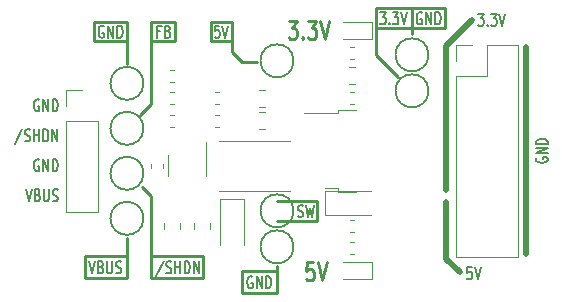
<source format=gbr>
%TF.GenerationSoftware,KiCad,Pcbnew,(5.1.2-1)-1*%
%TF.CreationDate,2019-06-22T13:14:17-07:00*%
%TF.ProjectId,Buck Converter SubBoard 0-2,4275636b-2043-46f6-9e76-657274657220,rev?*%
%TF.SameCoordinates,Original*%
%TF.FileFunction,Legend,Top*%
%TF.FilePolarity,Positive*%
%FSLAX46Y46*%
G04 Gerber Fmt 4.6, Leading zero omitted, Abs format (unit mm)*
G04 Created by KiCad (PCBNEW (5.1.2-1)-1) date 2019-06-22 13:14:17*
%MOMM*%
%LPD*%
G04 APERTURE LIST*
%ADD10C,0.254000*%
%ADD11C,0.152400*%
%ADD12C,0.285750*%
%ADD13C,0.190500*%
%ADD14C,0.508000*%
%ADD15C,0.120000*%
%ADD16C,0.150000*%
G04 APERTURE END LIST*
D10*
X112522000Y-93472000D02*
X114427000Y-95377000D01*
X112522000Y-91186000D02*
X115570000Y-91186000D01*
X115570000Y-89535000D02*
X112522000Y-89535000D01*
X112522000Y-89535000D02*
X112522000Y-93472000D01*
D11*
X112858368Y-89867619D02*
X113330082Y-89867619D01*
X113076082Y-90254666D01*
X113184940Y-90254666D01*
X113257511Y-90303047D01*
X113293797Y-90351428D01*
X113330082Y-90448190D01*
X113330082Y-90690095D01*
X113293797Y-90786857D01*
X113257511Y-90835238D01*
X113184940Y-90883619D01*
X112967225Y-90883619D01*
X112894654Y-90835238D01*
X112858368Y-90786857D01*
X113656654Y-90786857D02*
X113692940Y-90835238D01*
X113656654Y-90883619D01*
X113620368Y-90835238D01*
X113656654Y-90786857D01*
X113656654Y-90883619D01*
X113946940Y-89867619D02*
X114418654Y-89867619D01*
X114164654Y-90254666D01*
X114273511Y-90254666D01*
X114346082Y-90303047D01*
X114382368Y-90351428D01*
X114418654Y-90448190D01*
X114418654Y-90690095D01*
X114382368Y-90786857D01*
X114346082Y-90835238D01*
X114273511Y-90883619D01*
X114055797Y-90883619D01*
X113983225Y-90835238D01*
X113946940Y-90786857D01*
X114636368Y-89867619D02*
X114890368Y-90883619D01*
X115144368Y-89867619D01*
D10*
X115570000Y-91694000D02*
X115570000Y-89535000D01*
X118364000Y-89535000D02*
X115570000Y-89535000D01*
X115570000Y-91186000D02*
X118364000Y-91186000D01*
X118364000Y-89535000D02*
X118364000Y-91186000D01*
D11*
X116396225Y-89916000D02*
X116323654Y-89867619D01*
X116214797Y-89867619D01*
X116105940Y-89916000D01*
X116033368Y-90012761D01*
X115997082Y-90109523D01*
X115960797Y-90303047D01*
X115960797Y-90448190D01*
X115997082Y-90641714D01*
X116033368Y-90738476D01*
X116105940Y-90835238D01*
X116214797Y-90883619D01*
X116287368Y-90883619D01*
X116396225Y-90835238D01*
X116432511Y-90786857D01*
X116432511Y-90448190D01*
X116287368Y-90448190D01*
X116759082Y-90883619D02*
X116759082Y-89867619D01*
X117194511Y-90883619D01*
X117194511Y-89867619D01*
X117557368Y-90883619D02*
X117557368Y-89867619D01*
X117738797Y-89867619D01*
X117847654Y-89916000D01*
X117920225Y-90012761D01*
X117956511Y-90109523D01*
X117992797Y-90303047D01*
X117992797Y-90448190D01*
X117956511Y-90641714D01*
X117920225Y-90738476D01*
X117847654Y-90835238D01*
X117738797Y-90883619D01*
X117557368Y-90883619D01*
D12*
X107224285Y-111052428D02*
X106680000Y-111052428D01*
X106625571Y-111778142D01*
X106680000Y-111705571D01*
X106788857Y-111633000D01*
X107061000Y-111633000D01*
X107169857Y-111705571D01*
X107224285Y-111778142D01*
X107278714Y-111923285D01*
X107278714Y-112286142D01*
X107224285Y-112431285D01*
X107169857Y-112503857D01*
X107061000Y-112576428D01*
X106788857Y-112576428D01*
X106680000Y-112503857D01*
X106625571Y-112431285D01*
X107605285Y-111052428D02*
X107986285Y-112576428D01*
X108367285Y-111052428D01*
X105119714Y-90605428D02*
X105827285Y-90605428D01*
X105446285Y-91186000D01*
X105609571Y-91186000D01*
X105718428Y-91258571D01*
X105772857Y-91331142D01*
X105827285Y-91476285D01*
X105827285Y-91839142D01*
X105772857Y-91984285D01*
X105718428Y-92056857D01*
X105609571Y-92129428D01*
X105283000Y-92129428D01*
X105174142Y-92056857D01*
X105119714Y-91984285D01*
X106317142Y-91984285D02*
X106371571Y-92056857D01*
X106317142Y-92129428D01*
X106262714Y-92056857D01*
X106317142Y-91984285D01*
X106317142Y-92129428D01*
X106752571Y-90605428D02*
X107460142Y-90605428D01*
X107079142Y-91186000D01*
X107242428Y-91186000D01*
X107351285Y-91258571D01*
X107405714Y-91331142D01*
X107460142Y-91476285D01*
X107460142Y-91839142D01*
X107405714Y-91984285D01*
X107351285Y-92056857D01*
X107242428Y-92129428D01*
X106915857Y-92129428D01*
X106807000Y-92056857D01*
X106752571Y-91984285D01*
X107786714Y-90605428D02*
X108167714Y-92129428D01*
X108548714Y-90605428D01*
D13*
X126111000Y-102180571D02*
X126062619Y-102253142D01*
X126062619Y-102362000D01*
X126111000Y-102470857D01*
X126207761Y-102543428D01*
X126304523Y-102579714D01*
X126498047Y-102616000D01*
X126643190Y-102616000D01*
X126836714Y-102579714D01*
X126933476Y-102543428D01*
X127030238Y-102470857D01*
X127078619Y-102362000D01*
X127078619Y-102289428D01*
X127030238Y-102180571D01*
X126981857Y-102144285D01*
X126643190Y-102144285D01*
X126643190Y-102289428D01*
X127078619Y-101817714D02*
X126062619Y-101817714D01*
X127078619Y-101382285D01*
X126062619Y-101382285D01*
X127078619Y-101019428D02*
X126062619Y-101019428D01*
X126062619Y-100838000D01*
X126111000Y-100729142D01*
X126207761Y-100656571D01*
X126304523Y-100620285D01*
X126498047Y-100584000D01*
X126643190Y-100584000D01*
X126836714Y-100620285D01*
X126933476Y-100656571D01*
X127030238Y-100729142D01*
X127078619Y-100838000D01*
X127078619Y-101019428D01*
D14*
X125222000Y-92837000D02*
X125222000Y-110363000D01*
D13*
X120631857Y-111457619D02*
X120269000Y-111457619D01*
X120232714Y-111941428D01*
X120269000Y-111893047D01*
X120341571Y-111844666D01*
X120523000Y-111844666D01*
X120595571Y-111893047D01*
X120631857Y-111941428D01*
X120668142Y-112038190D01*
X120668142Y-112280095D01*
X120631857Y-112376857D01*
X120595571Y-112425238D01*
X120523000Y-112473619D01*
X120341571Y-112473619D01*
X120269000Y-112425238D01*
X120232714Y-112376857D01*
X120885857Y-111457619D02*
X121139857Y-112473619D01*
X121393857Y-111457619D01*
D14*
X118491000Y-110744000D02*
X119634000Y-111887000D01*
X118491000Y-105918000D02*
X118491000Y-110744000D01*
D13*
X121176142Y-89994619D02*
X121647857Y-89994619D01*
X121393857Y-90381666D01*
X121502714Y-90381666D01*
X121575285Y-90430047D01*
X121611571Y-90478428D01*
X121647857Y-90575190D01*
X121647857Y-90817095D01*
X121611571Y-90913857D01*
X121575285Y-90962238D01*
X121502714Y-91010619D01*
X121285000Y-91010619D01*
X121212428Y-90962238D01*
X121176142Y-90913857D01*
X121974428Y-90913857D02*
X122010714Y-90962238D01*
X121974428Y-91010619D01*
X121938142Y-90962238D01*
X121974428Y-90913857D01*
X121974428Y-91010619D01*
X122264714Y-89994619D02*
X122736428Y-89994619D01*
X122482428Y-90381666D01*
X122591285Y-90381666D01*
X122663857Y-90430047D01*
X122700142Y-90478428D01*
X122736428Y-90575190D01*
X122736428Y-90817095D01*
X122700142Y-90913857D01*
X122663857Y-90962238D01*
X122591285Y-91010619D01*
X122373571Y-91010619D01*
X122301000Y-90962238D01*
X122264714Y-90913857D01*
X122954142Y-89994619D02*
X123208142Y-91010619D01*
X123462142Y-89994619D01*
D14*
X118491000Y-92710000D02*
X120650000Y-90551000D01*
X118491000Y-104902000D02*
X118491000Y-92710000D01*
D10*
X104140000Y-105854500D02*
X107569000Y-105854500D01*
X107569000Y-107505500D02*
X104140000Y-107505500D01*
X107569000Y-105854500D02*
X107569000Y-107505500D01*
D11*
X105908202Y-107154738D02*
X106017060Y-107203119D01*
X106198488Y-107203119D01*
X106271060Y-107154738D01*
X106307345Y-107106357D01*
X106343631Y-107009595D01*
X106343631Y-106912833D01*
X106307345Y-106816071D01*
X106271060Y-106767690D01*
X106198488Y-106719309D01*
X106053345Y-106670928D01*
X105980774Y-106622547D01*
X105944488Y-106574166D01*
X105908202Y-106477404D01*
X105908202Y-106380642D01*
X105944488Y-106283880D01*
X105980774Y-106235500D01*
X106053345Y-106187119D01*
X106234774Y-106187119D01*
X106343631Y-106235500D01*
X106597631Y-106187119D02*
X106779060Y-107203119D01*
X106924202Y-106477404D01*
X107069345Y-107203119D01*
X107250774Y-106187119D01*
D10*
X101219000Y-111760000D02*
X104140000Y-111760000D01*
X104140000Y-113665000D02*
X101219000Y-113665000D01*
X101219000Y-113665000D02*
X101219000Y-111760000D01*
X104140000Y-111379000D02*
X104140000Y-113284000D01*
X104140000Y-113284000D02*
X104140000Y-113665000D01*
D11*
X102045225Y-112268000D02*
X101972654Y-112219619D01*
X101863797Y-112219619D01*
X101754940Y-112268000D01*
X101682368Y-112364761D01*
X101646082Y-112461523D01*
X101609797Y-112655047D01*
X101609797Y-112800190D01*
X101646082Y-112993714D01*
X101682368Y-113090476D01*
X101754940Y-113187238D01*
X101863797Y-113235619D01*
X101936368Y-113235619D01*
X102045225Y-113187238D01*
X102081511Y-113138857D01*
X102081511Y-112800190D01*
X101936368Y-112800190D01*
X102408082Y-113235619D02*
X102408082Y-112219619D01*
X102843511Y-113235619D01*
X102843511Y-112219619D01*
X103206368Y-113235619D02*
X103206368Y-112219619D01*
X103387797Y-112219619D01*
X103496654Y-112268000D01*
X103569225Y-112364761D01*
X103605511Y-112461523D01*
X103641797Y-112655047D01*
X103641797Y-112800190D01*
X103605511Y-112993714D01*
X103569225Y-113090476D01*
X103496654Y-113187238D01*
X103387797Y-113235619D01*
X103206368Y-113235619D01*
X99269368Y-91010619D02*
X98906511Y-91010619D01*
X98870225Y-91494428D01*
X98906511Y-91446047D01*
X98979082Y-91397666D01*
X99160511Y-91397666D01*
X99233082Y-91446047D01*
X99269368Y-91494428D01*
X99305654Y-91591190D01*
X99305654Y-91833095D01*
X99269368Y-91929857D01*
X99233082Y-91978238D01*
X99160511Y-92026619D01*
X98979082Y-92026619D01*
X98906511Y-91978238D01*
X98870225Y-91929857D01*
X99523368Y-91010619D02*
X99777368Y-92026619D01*
X100031368Y-91010619D01*
D10*
X98552000Y-92329000D02*
X100330000Y-92329000D01*
X98552000Y-90678000D02*
X98552000Y-92329000D01*
X100330000Y-90678000D02*
X98552000Y-90678000D01*
X100330000Y-93218000D02*
X100330000Y-90678000D01*
X101219000Y-94107000D02*
X100330000Y-93218000D01*
X102489000Y-94107000D02*
X101219000Y-94107000D01*
X88646000Y-92329000D02*
X91440000Y-92329000D01*
X88646000Y-90678000D02*
X88646000Y-92329000D01*
X91440000Y-90678000D02*
X88646000Y-90678000D01*
D11*
X89472225Y-91059000D02*
X89399654Y-91010619D01*
X89290797Y-91010619D01*
X89181940Y-91059000D01*
X89109368Y-91155761D01*
X89073082Y-91252523D01*
X89036797Y-91446047D01*
X89036797Y-91591190D01*
X89073082Y-91784714D01*
X89109368Y-91881476D01*
X89181940Y-91978238D01*
X89290797Y-92026619D01*
X89363368Y-92026619D01*
X89472225Y-91978238D01*
X89508511Y-91929857D01*
X89508511Y-91591190D01*
X89363368Y-91591190D01*
X89835082Y-92026619D02*
X89835082Y-91010619D01*
X90270511Y-92026619D01*
X90270511Y-91010619D01*
X90633368Y-92026619D02*
X90633368Y-91010619D01*
X90814797Y-91010619D01*
X90923654Y-91059000D01*
X90996225Y-91155761D01*
X91032511Y-91252523D01*
X91068797Y-91446047D01*
X91068797Y-91591190D01*
X91032511Y-91784714D01*
X90996225Y-91881476D01*
X90923654Y-91978238D01*
X90814797Y-92026619D01*
X90633368Y-92026619D01*
D10*
X91440000Y-94234000D02*
X91440000Y-90678000D01*
X95504000Y-92329000D02*
X93472000Y-92329000D01*
X95504000Y-90678000D02*
X95504000Y-92329000D01*
X93472000Y-90678000D02*
X95504000Y-90678000D01*
D11*
X94260488Y-91494428D02*
X94006488Y-91494428D01*
X94006488Y-92026619D02*
X94006488Y-91010619D01*
X94369345Y-91010619D01*
X94913631Y-91494428D02*
X95022488Y-91542809D01*
X95058774Y-91591190D01*
X95095060Y-91687952D01*
X95095060Y-91833095D01*
X95058774Y-91929857D01*
X95022488Y-91978238D01*
X94949917Y-92026619D01*
X94659631Y-92026619D01*
X94659631Y-91010619D01*
X94913631Y-91010619D01*
X94986202Y-91059000D01*
X95022488Y-91107380D01*
X95058774Y-91204142D01*
X95058774Y-91300904D01*
X95022488Y-91397666D01*
X94986202Y-91446047D01*
X94913631Y-91494428D01*
X94659631Y-91494428D01*
D10*
X93472000Y-97663000D02*
X93472000Y-90678000D01*
X92583000Y-98552000D02*
X93472000Y-97663000D01*
X97917000Y-110490000D02*
X93472000Y-110490000D01*
X97917000Y-112395000D02*
X97917000Y-110490000D01*
X93472000Y-112395000D02*
X97917000Y-112395000D01*
X87884000Y-110490000D02*
X91440000Y-110490000D01*
X87884000Y-112395000D02*
X87884000Y-110490000D01*
X91440000Y-112395000D02*
X87884000Y-112395000D01*
X91440000Y-112014000D02*
X91440000Y-112395000D01*
D11*
X88220368Y-110949619D02*
X88474368Y-111965619D01*
X88728368Y-110949619D01*
X89236368Y-111433428D02*
X89345225Y-111481809D01*
X89381511Y-111530190D01*
X89417797Y-111626952D01*
X89417797Y-111772095D01*
X89381511Y-111868857D01*
X89345225Y-111917238D01*
X89272654Y-111965619D01*
X88982368Y-111965619D01*
X88982368Y-110949619D01*
X89236368Y-110949619D01*
X89308940Y-110998000D01*
X89345225Y-111046380D01*
X89381511Y-111143142D01*
X89381511Y-111239904D01*
X89345225Y-111336666D01*
X89308940Y-111385047D01*
X89236368Y-111433428D01*
X88982368Y-111433428D01*
X89744368Y-110949619D02*
X89744368Y-111772095D01*
X89780654Y-111868857D01*
X89816940Y-111917238D01*
X89889511Y-111965619D01*
X90034654Y-111965619D01*
X90107225Y-111917238D01*
X90143511Y-111868857D01*
X90179797Y-111772095D01*
X90179797Y-110949619D01*
X90506368Y-111917238D02*
X90615225Y-111965619D01*
X90796654Y-111965619D01*
X90869225Y-111917238D01*
X90905511Y-111868857D01*
X90941797Y-111772095D01*
X90941797Y-111675333D01*
X90905511Y-111578571D01*
X90869225Y-111530190D01*
X90796654Y-111481809D01*
X90651511Y-111433428D01*
X90578940Y-111385047D01*
X90542654Y-111336666D01*
X90506368Y-111239904D01*
X90506368Y-111143142D01*
X90542654Y-111046380D01*
X90578940Y-110998000D01*
X90651511Y-110949619D01*
X90832940Y-110949619D01*
X90941797Y-110998000D01*
D10*
X91440000Y-108966000D02*
X91440000Y-112014000D01*
D11*
X94550774Y-110901238D02*
X93897631Y-112207523D01*
X94768488Y-111917238D02*
X94877345Y-111965619D01*
X95058774Y-111965619D01*
X95131345Y-111917238D01*
X95167631Y-111868857D01*
X95203917Y-111772095D01*
X95203917Y-111675333D01*
X95167631Y-111578571D01*
X95131345Y-111530190D01*
X95058774Y-111481809D01*
X94913631Y-111433428D01*
X94841060Y-111385047D01*
X94804774Y-111336666D01*
X94768488Y-111239904D01*
X94768488Y-111143142D01*
X94804774Y-111046380D01*
X94841060Y-110998000D01*
X94913631Y-110949619D01*
X95095060Y-110949619D01*
X95203917Y-110998000D01*
X95530488Y-111965619D02*
X95530488Y-110949619D01*
X95530488Y-111433428D02*
X95965917Y-111433428D01*
X95965917Y-111965619D02*
X95965917Y-110949619D01*
X96328774Y-111965619D02*
X96328774Y-110949619D01*
X96510202Y-110949619D01*
X96619060Y-110998000D01*
X96691631Y-111094761D01*
X96727917Y-111191523D01*
X96764202Y-111385047D01*
X96764202Y-111530190D01*
X96727917Y-111723714D01*
X96691631Y-111820476D01*
X96619060Y-111917238D01*
X96510202Y-111965619D01*
X96328774Y-111965619D01*
X97090774Y-111965619D02*
X97090774Y-110949619D01*
X97526202Y-111965619D01*
X97526202Y-110949619D01*
D10*
X93472000Y-105410000D02*
X93472000Y-112395000D01*
X92710000Y-104648000D02*
X93472000Y-105410000D01*
D13*
X82861603Y-104853619D02*
X83115603Y-105869619D01*
X83369603Y-104853619D01*
X83877603Y-105337428D02*
X83986460Y-105385809D01*
X84022746Y-105434190D01*
X84059032Y-105530952D01*
X84059032Y-105676095D01*
X84022746Y-105772857D01*
X83986460Y-105821238D01*
X83913889Y-105869619D01*
X83623603Y-105869619D01*
X83623603Y-104853619D01*
X83877603Y-104853619D01*
X83950175Y-104902000D01*
X83986460Y-104950380D01*
X84022746Y-105047142D01*
X84022746Y-105143904D01*
X83986460Y-105240666D01*
X83950175Y-105289047D01*
X83877603Y-105337428D01*
X83623603Y-105337428D01*
X84385603Y-104853619D02*
X84385603Y-105676095D01*
X84421889Y-105772857D01*
X84458175Y-105821238D01*
X84530746Y-105869619D01*
X84675889Y-105869619D01*
X84748460Y-105821238D01*
X84784746Y-105772857D01*
X84821032Y-105676095D01*
X84821032Y-104853619D01*
X85147603Y-105821238D02*
X85256460Y-105869619D01*
X85437889Y-105869619D01*
X85510460Y-105821238D01*
X85546746Y-105772857D01*
X85583032Y-105676095D01*
X85583032Y-105579333D01*
X85546746Y-105482571D01*
X85510460Y-105434190D01*
X85437889Y-105385809D01*
X85292746Y-105337428D01*
X85220175Y-105289047D01*
X85183889Y-105240666D01*
X85147603Y-105143904D01*
X85147603Y-105047142D01*
X85183889Y-104950380D01*
X85220175Y-104902000D01*
X85292746Y-104853619D01*
X85474175Y-104853619D01*
X85583032Y-104902000D01*
X83986460Y-102362000D02*
X83913889Y-102313619D01*
X83805032Y-102313619D01*
X83696175Y-102362000D01*
X83623603Y-102458761D01*
X83587317Y-102555523D01*
X83551032Y-102749047D01*
X83551032Y-102894190D01*
X83587317Y-103087714D01*
X83623603Y-103184476D01*
X83696175Y-103281238D01*
X83805032Y-103329619D01*
X83877603Y-103329619D01*
X83986460Y-103281238D01*
X84022746Y-103232857D01*
X84022746Y-102894190D01*
X83877603Y-102894190D01*
X84349317Y-103329619D02*
X84349317Y-102313619D01*
X84784746Y-103329619D01*
X84784746Y-102313619D01*
X85147603Y-103329619D02*
X85147603Y-102313619D01*
X85329032Y-102313619D01*
X85437889Y-102362000D01*
X85510460Y-102458761D01*
X85546746Y-102555523D01*
X85583032Y-102749047D01*
X85583032Y-102894190D01*
X85546746Y-103087714D01*
X85510460Y-103184476D01*
X85437889Y-103281238D01*
X85329032Y-103329619D01*
X85147603Y-103329619D01*
X83986460Y-97282000D02*
X83913889Y-97233619D01*
X83805032Y-97233619D01*
X83696175Y-97282000D01*
X83623603Y-97378761D01*
X83587317Y-97475523D01*
X83551032Y-97669047D01*
X83551032Y-97814190D01*
X83587317Y-98007714D01*
X83623603Y-98104476D01*
X83696175Y-98201238D01*
X83805032Y-98249619D01*
X83877603Y-98249619D01*
X83986460Y-98201238D01*
X84022746Y-98152857D01*
X84022746Y-97814190D01*
X83877603Y-97814190D01*
X84349317Y-98249619D02*
X84349317Y-97233619D01*
X84784746Y-98249619D01*
X84784746Y-97233619D01*
X85147603Y-98249619D02*
X85147603Y-97233619D01*
X85329032Y-97233619D01*
X85437889Y-97282000D01*
X85510460Y-97378761D01*
X85546746Y-97475523D01*
X85583032Y-97669047D01*
X85583032Y-97814190D01*
X85546746Y-98007714D01*
X85510460Y-98104476D01*
X85437889Y-98201238D01*
X85329032Y-98249619D01*
X85147603Y-98249619D01*
X82571317Y-99725238D02*
X81918175Y-101031523D01*
X82789032Y-100741238D02*
X82897889Y-100789619D01*
X83079317Y-100789619D01*
X83151889Y-100741238D01*
X83188175Y-100692857D01*
X83224460Y-100596095D01*
X83224460Y-100499333D01*
X83188175Y-100402571D01*
X83151889Y-100354190D01*
X83079317Y-100305809D01*
X82934175Y-100257428D01*
X82861603Y-100209047D01*
X82825317Y-100160666D01*
X82789032Y-100063904D01*
X82789032Y-99967142D01*
X82825317Y-99870380D01*
X82861603Y-99822000D01*
X82934175Y-99773619D01*
X83115603Y-99773619D01*
X83224460Y-99822000D01*
X83551032Y-100789619D02*
X83551032Y-99773619D01*
X83551032Y-100257428D02*
X83986460Y-100257428D01*
X83986460Y-100789619D02*
X83986460Y-99773619D01*
X84349317Y-100789619D02*
X84349317Y-99773619D01*
X84530746Y-99773619D01*
X84639603Y-99822000D01*
X84712175Y-99918761D01*
X84748460Y-100015523D01*
X84784746Y-100209047D01*
X84784746Y-100354190D01*
X84748460Y-100547714D01*
X84712175Y-100644476D01*
X84639603Y-100741238D01*
X84530746Y-100789619D01*
X84349317Y-100789619D01*
X85111317Y-100789619D02*
X85111317Y-99773619D01*
X85546746Y-100789619D01*
X85546746Y-99773619D01*
D15*
X98500000Y-107688748D02*
X98500000Y-108211252D01*
X97080000Y-107688748D02*
X97080000Y-108211252D01*
X95960000Y-107688748D02*
X95960000Y-108211252D01*
X94540000Y-107688748D02*
X94540000Y-108211252D01*
X98888733Y-98550000D02*
X99231267Y-98550000D01*
X98888733Y-99570000D02*
X99231267Y-99570000D01*
X102608748Y-97865000D02*
X103131252Y-97865000D01*
X102608748Y-96445000D02*
X103131252Y-96445000D01*
X102608748Y-98350000D02*
X103131252Y-98350000D01*
X102608748Y-99770000D02*
X103131252Y-99770000D01*
X110318733Y-108460000D02*
X110661267Y-108460000D01*
X110318733Y-107440000D02*
X110661267Y-107440000D01*
X110751252Y-94540000D02*
X110228748Y-94540000D01*
X110751252Y-95960000D02*
X110228748Y-95960000D01*
X110661267Y-97665000D02*
X110318733Y-97665000D01*
X110661267Y-96645000D02*
X110318733Y-96645000D01*
X101330000Y-105700000D02*
X99330000Y-105700000D01*
X99330000Y-105700000D02*
X99330000Y-109600000D01*
X101330000Y-105700000D02*
X101330000Y-109600000D01*
X112150000Y-111025000D02*
X109690000Y-111025000D01*
X112150000Y-112495000D02*
X112150000Y-111025000D01*
X109690000Y-112495000D02*
X112150000Y-112495000D01*
X109690000Y-92175000D02*
X112150000Y-92175000D01*
X112150000Y-92175000D02*
X112150000Y-90705000D01*
X112150000Y-90705000D02*
X109690000Y-90705000D01*
X86300000Y-106740000D02*
X88960000Y-106740000D01*
X86300000Y-99060000D02*
X86300000Y-106740000D01*
X88960000Y-99060000D02*
X88960000Y-106740000D01*
X86300000Y-99060000D02*
X88960000Y-99060000D01*
X86300000Y-97790000D02*
X86300000Y-96460000D01*
X86300000Y-96460000D02*
X87630000Y-96460000D01*
X119320000Y-110550000D02*
X124520000Y-110550000D01*
X119320000Y-95250000D02*
X119320000Y-110550000D01*
X124520000Y-92650000D02*
X124520000Y-110550000D01*
X119320000Y-95250000D02*
X121920000Y-95250000D01*
X121920000Y-95250000D02*
X121920000Y-92650000D01*
X121920000Y-92650000D02*
X124520000Y-92650000D01*
X119320000Y-93980000D02*
X119320000Y-92650000D01*
X119320000Y-92650000D02*
X120650000Y-92650000D01*
X99235000Y-100770000D02*
X105235000Y-100770000D01*
X99235000Y-104970000D02*
X105235000Y-104970000D01*
X93470000Y-102698733D02*
X93470000Y-103041267D01*
X94490000Y-102698733D02*
X94490000Y-103041267D01*
X95078733Y-96645000D02*
X95421267Y-96645000D01*
X95078733Y-97665000D02*
X95421267Y-97665000D01*
X98888733Y-96645000D02*
X99231267Y-96645000D01*
X98888733Y-97665000D02*
X99231267Y-97665000D01*
X95421267Y-94740000D02*
X95078733Y-94740000D01*
X95421267Y-95760000D02*
X95078733Y-95760000D01*
X95078733Y-98550000D02*
X95421267Y-98550000D01*
X95078733Y-99570000D02*
X95421267Y-99570000D01*
X110661267Y-110365000D02*
X110318733Y-110365000D01*
X110661267Y-109345000D02*
X110318733Y-109345000D01*
X110661267Y-92835000D02*
X110318733Y-92835000D01*
X110661267Y-93855000D02*
X110318733Y-93855000D01*
D16*
X92840000Y-107315000D02*
G75*
G03X92840000Y-107315000I-1400000J0D01*
G01*
X92840000Y-103505000D02*
G75*
G03X92840000Y-103505000I-1400000J0D01*
G01*
X105540000Y-106680000D02*
G75*
G03X105540000Y-106680000I-1400000J0D01*
G01*
X92840000Y-99695000D02*
G75*
G03X92840000Y-99695000I-1400000J0D01*
G01*
X105540000Y-93980000D02*
G75*
G03X105540000Y-93980000I-1400000J0D01*
G01*
X116970000Y-96520000D02*
G75*
G03X116970000Y-96520000I-1400000J0D01*
G01*
D15*
X94910000Y-101970000D02*
X94910000Y-103770000D01*
X98130000Y-103770000D02*
X98130000Y-100820000D01*
X110790000Y-98150000D02*
X109290000Y-98150000D01*
X109290000Y-98150000D02*
X109290000Y-98420000D01*
X109290000Y-98420000D02*
X106460000Y-98420000D01*
X110790000Y-105050000D02*
X109290000Y-105050000D01*
X109290000Y-105050000D02*
X109290000Y-104780000D01*
X109290000Y-104780000D02*
X108190000Y-104780000D01*
D16*
X92840000Y-95885000D02*
G75*
G03X92840000Y-95885000I-1400000J0D01*
G01*
X116970000Y-93472000D02*
G75*
G03X116970000Y-93472000I-1400000J0D01*
G01*
X105540000Y-109728000D02*
G75*
G03X105540000Y-109728000I-1400000J0D01*
G01*
D15*
X108240000Y-105045000D02*
X108240000Y-107045000D01*
X108240000Y-107045000D02*
X112140000Y-107045000D01*
X108240000Y-105045000D02*
X112140000Y-105045000D01*
M02*

</source>
